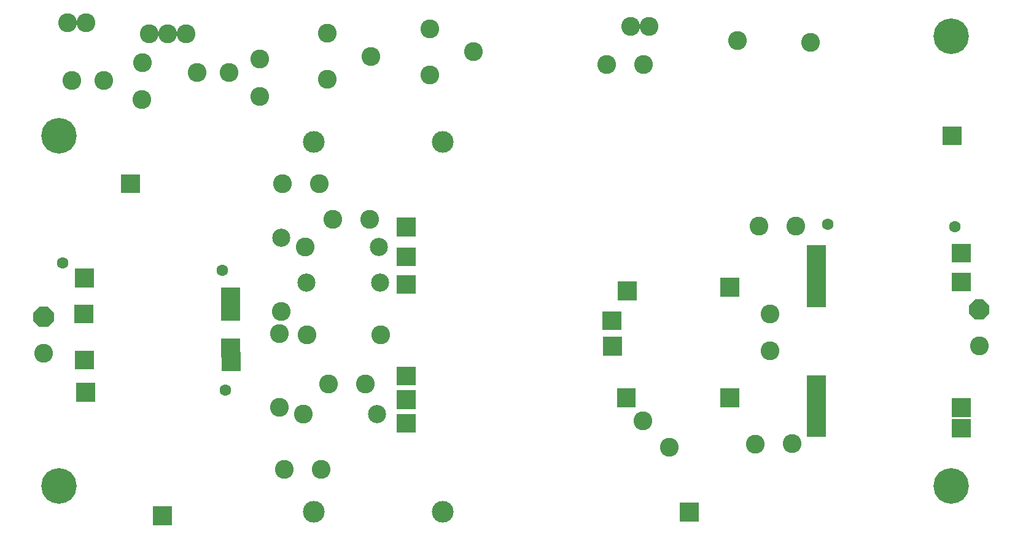
<source format=gbr>
%FSLAX34Y34*%
%MOMM*%
%LNSOLDERMASK_BOTTOM*%
G71*
G01*
%ADD10C,2.600*%
%ADD11C,3.000*%
%ADD12C,2.600*%
%ADD13C,4.900*%
%ADD14C,1.600*%
%ADD15C,2.500*%
%LPD*%
X-192662Y320670D02*
G54D10*
D03*
X-192662Y257170D02*
G54D10*
D03*
X-132337Y288920D02*
G54D10*
D03*
G36*
X-96650Y25700D02*
X-70650Y25700D01*
X-70650Y-300D01*
X-96650Y-300D01*
X-96650Y25700D01*
G37*
G36*
X-96650Y-12400D02*
X-70650Y-12400D01*
X-70650Y-38400D01*
X-96650Y-38400D01*
X-96650Y-12400D01*
G37*
G36*
X-96650Y66975D02*
X-70650Y66975D01*
X-70650Y40975D01*
X-96650Y40975D01*
X-96650Y66975D01*
G37*
G36*
X-96650Y-171150D02*
X-70650Y-171150D01*
X-70650Y-197150D01*
X-96650Y-197150D01*
X-96650Y-171150D01*
G37*
G36*
X-96650Y-203693D02*
X-70650Y-203693D01*
X-70650Y-229693D01*
X-96650Y-229693D01*
X-96650Y-203693D01*
G37*
G36*
X-96650Y-138606D02*
X-70650Y-138606D01*
X-70650Y-164606D01*
X-96650Y-164606D01*
X-96650Y-138606D01*
G37*
X-550735Y335664D02*
G54D10*
D03*
X-525235Y335664D02*
G54D10*
D03*
X-192662Y257170D02*
G54D10*
D03*
X-438112Y319845D02*
G54D10*
D03*
X-412712Y319845D02*
G54D10*
D03*
X-387312Y319845D02*
G54D10*
D03*
X-447725Y280364D02*
G54D10*
D03*
X-447837Y229383D02*
G54D10*
D03*
X-412712Y319845D02*
G54D10*
D03*
X-447837Y229383D02*
G54D10*
D03*
X-447837Y229383D02*
G54D10*
D03*
G36*
X208182Y-21106D02*
X234182Y-21106D01*
X234182Y-47106D01*
X208182Y-47106D01*
X208182Y-21106D01*
G37*
G36*
X206832Y-168744D02*
X232832Y-168744D01*
X232832Y-194744D01*
X206832Y-194744D01*
X206832Y-168744D01*
G37*
G36*
X349706Y-16344D02*
X375706Y-16344D01*
X375706Y-42344D01*
X349706Y-42344D01*
X349706Y-16344D01*
G37*
X-133855Y64545D02*
G54D10*
D03*
X-184835Y64433D02*
G54D10*
D03*
X-140204Y-162467D02*
G54D10*
D03*
X-191185Y-162580D02*
G54D10*
D03*
X-203704Y113758D02*
G54D10*
D03*
X-254685Y113645D02*
G54D10*
D03*
X-211442Y170781D02*
G54D11*
D03*
X-33642Y170781D02*
G54D11*
D03*
X-200529Y-279942D02*
G54D10*
D03*
X-251510Y-280055D02*
G54D10*
D03*
X-211444Y-338930D02*
G54D11*
D03*
X-33644Y-338930D02*
G54D11*
D03*
X453521Y55020D02*
G54D10*
D03*
X402540Y54908D02*
G54D10*
D03*
G36*
X468982Y29194D02*
X494982Y29194D01*
X494982Y3194D01*
X468982Y3194D01*
X468982Y29194D01*
G37*
G36*
X669006Y30782D02*
X695006Y30782D01*
X695006Y4782D01*
X669006Y4782D01*
X669006Y30782D01*
G37*
X682006Y-223518D02*
G54D12*
D03*
X242894Y-213328D02*
G54D10*
D03*
X279022Y-249297D02*
G54D10*
D03*
X279022Y-249297D02*
G54D10*
D03*
G36*
X349706Y-168744D02*
X375706Y-168744D01*
X375706Y-194744D01*
X349706Y-194744D01*
X349706Y-168744D01*
G37*
X448758Y-245017D02*
G54D10*
D03*
X397778Y-245130D02*
G54D10*
D03*
X418109Y-66040D02*
G54D10*
D03*
X418221Y-117020D02*
G54D10*
D03*
X418221Y-117020D02*
G54D10*
D03*
X418221Y-117020D02*
G54D10*
D03*
G36*
X468982Y-208930D02*
X494982Y-208930D01*
X494982Y-234930D01*
X468982Y-234930D01*
X468982Y-208930D01*
G37*
G36*
X695006Y-236518D02*
X669006Y-236518D01*
X669006Y-210518D01*
X695006Y-210518D01*
X695006Y-236518D01*
G37*
X-500774Y255798D02*
G54D10*
D03*
X-544605Y255798D02*
G54D10*
D03*
X-500774Y255798D02*
G54D10*
D03*
X-327737Y266910D02*
G54D10*
D03*
X-371568Y266910D02*
G54D10*
D03*
X-327737Y266910D02*
G54D10*
D03*
X-285800Y285126D02*
G54D10*
D03*
X-285912Y234145D02*
G54D10*
D03*
X-285912Y234145D02*
G54D10*
D03*
X-285912Y234145D02*
G54D10*
D03*
X-51374Y327020D02*
G54D10*
D03*
X-51374Y263520D02*
G54D10*
D03*
X8951Y295270D02*
G54D10*
D03*
X-51374Y263520D02*
G54D10*
D03*
X-258179Y-194527D02*
G54D10*
D03*
X-118844Y-94730D02*
G54D10*
D03*
X243971Y278064D02*
G54D10*
D03*
X192990Y277952D02*
G54D10*
D03*
X192990Y277952D02*
G54D10*
D03*
X473684Y308422D02*
G54D10*
D03*
X372756Y311150D02*
G54D10*
D03*
G36*
X-540356Y-3669D02*
X-514356Y-3669D01*
X-514356Y-29669D01*
X-540356Y-29669D01*
X-540356Y-3669D01*
G37*
G36*
X-538768Y-160831D02*
X-512768Y-160831D01*
X-512768Y-186831D01*
X-538768Y-186831D01*
X-538768Y-160831D01*
G37*
G36*
X-338744Y-29863D02*
X-312744Y-29863D01*
X-312744Y-55863D01*
X-338744Y-55863D01*
X-338744Y-29863D01*
G37*
G36*
X-337831Y-118763D02*
X-311831Y-118763D01*
X-311831Y-144763D01*
X-337831Y-144763D01*
X-337831Y-118763D01*
G37*
G36*
X-541150Y-52882D02*
X-515150Y-52882D01*
X-515150Y-78882D01*
X-541150Y-78882D01*
X-541150Y-52882D01*
G37*
G36*
X-540356Y-116381D02*
X-514356Y-116381D01*
X-514356Y-142381D01*
X-540356Y-142381D01*
X-540356Y-116381D01*
G37*
G36*
X669006Y-8906D02*
X695006Y-8906D01*
X695006Y-34906D01*
X669006Y-34906D01*
X669006Y-8906D01*
G37*
G36*
X695006Y-207943D02*
X669006Y-207943D01*
X669006Y-181943D01*
X695006Y-181943D01*
X695006Y-207943D01*
G37*
X-562531Y-303144D02*
G54D13*
D03*
X-562106Y179406D02*
G54D13*
D03*
G36*
X-433023Y-330813D02*
X-407023Y-330813D01*
X-407023Y-356813D01*
X-433023Y-356813D01*
X-433023Y-330813D01*
G37*
G36*
X656064Y192600D02*
X682064Y192600D01*
X682064Y166600D01*
X656064Y166600D01*
X656064Y192600D01*
G37*
G36*
X293414Y-325813D02*
X319414Y-325813D01*
X319414Y-351813D01*
X293414Y-351813D01*
X293414Y-325813D01*
G37*
G36*
X-477036Y126500D02*
X-451036Y126500D01*
X-451036Y100500D01*
X-477036Y100500D01*
X-477036Y126500D01*
G37*
X225452Y330107D02*
G54D10*
D03*
X250952Y330108D02*
G54D10*
D03*
X497856Y57469D02*
G54D14*
D03*
X-336856Y-5556D02*
G54D14*
D03*
X-332887Y-170656D02*
G54D14*
D03*
X672482Y54294D02*
G54D14*
D03*
X-258179Y-92927D02*
G54D15*
D03*
X-255894Y-62707D02*
G54D10*
D03*
X-255894Y-62707D02*
G54D15*
D03*
X-255894Y38894D02*
G54D15*
D03*
X-258179Y-92927D02*
G54D10*
D03*
X-220444Y-94730D02*
G54D10*
D03*
X-118844Y-94730D02*
G54D15*
D03*
X-119368Y-23018D02*
G54D15*
D03*
X-220968Y-23018D02*
G54D15*
D03*
X-225206Y-204268D02*
G54D10*
D03*
X-123606Y-204268D02*
G54D15*
D03*
X-225206Y-204268D02*
G54D15*
D03*
X-222793Y26194D02*
G54D10*
D03*
X-121193Y26194D02*
G54D15*
D03*
X-222793Y26194D02*
G54D15*
D03*
G36*
X-597650Y-64190D02*
X-589460Y-56000D01*
X-577840Y-56000D01*
X-569650Y-64190D01*
X-569650Y-75810D01*
X-577840Y-84000D01*
X-589460Y-84000D01*
X-597650Y-75810D01*
X-597650Y-64190D01*
G37*
X-583650Y-120000D02*
G54D10*
D03*
G36*
X692350Y-54190D02*
X700540Y-46000D01*
X712160Y-46000D01*
X720350Y-54190D01*
X720350Y-65810D01*
X712160Y-74000D01*
X700540Y-74000D01*
X692350Y-65810D01*
X692350Y-54190D01*
G37*
X706350Y-110000D02*
G54D10*
D03*
X667469Y-303144D02*
G54D13*
D03*
X667469Y316856D02*
G54D13*
D03*
X-557518Y4294D02*
G54D14*
D03*
G36*
X186719Y-62406D02*
X212719Y-62406D01*
X212719Y-88406D01*
X186719Y-88406D01*
X186719Y-62406D01*
G37*
G36*
X187781Y-97306D02*
X213781Y-97306D01*
X213781Y-123306D01*
X187781Y-123306D01*
X187781Y-97306D01*
G37*
G36*
X-338744Y-48913D02*
X-312744Y-48913D01*
X-312744Y-74913D01*
X-338744Y-74913D01*
X-338744Y-48913D01*
G37*
G36*
X-338744Y-99713D02*
X-312744Y-99713D01*
X-312744Y-125713D01*
X-338744Y-125713D01*
X-338744Y-99713D01*
G37*
G36*
X468982Y9195D02*
X494982Y9195D01*
X494982Y-16805D01*
X468982Y-16805D01*
X468982Y9195D01*
G37*
G36*
X468982Y-10805D02*
X494982Y-10805D01*
X494982Y-36805D01*
X468982Y-36805D01*
X468982Y-10805D01*
G37*
G36*
X468982Y-189806D02*
X494982Y-189806D01*
X494982Y-215806D01*
X468982Y-215806D01*
X468982Y-189806D01*
G37*
G36*
X468982Y-170806D02*
X494982Y-170806D01*
X494982Y-196806D01*
X468982Y-196806D01*
X468982Y-170806D01*
G37*
G36*
X468982Y-150806D02*
X494982Y-150806D01*
X494982Y-176806D01*
X468982Y-176806D01*
X468982Y-150806D01*
G37*
G36*
X468982Y-30805D02*
X494982Y-30805D01*
X494982Y-56805D01*
X468982Y-56805D01*
X468982Y-30805D01*
G37*
M02*

</source>
